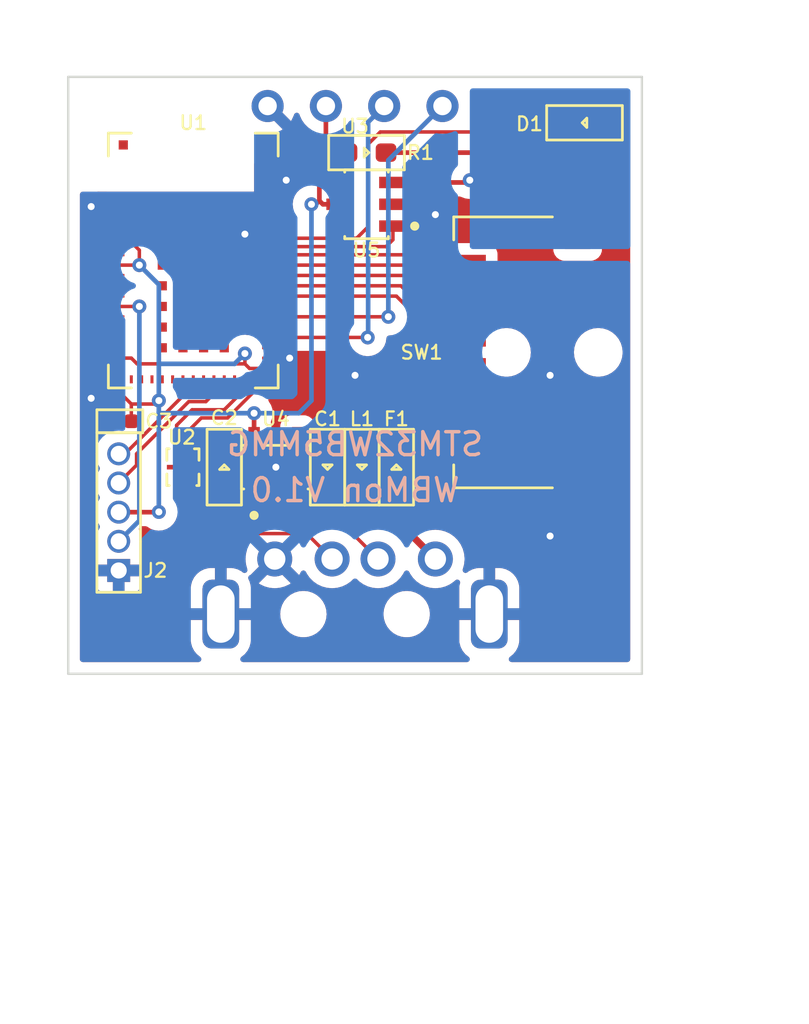
<source format=kicad_pcb>
(kicad_pcb (version 20211014) (generator pcbnew)
  (title_block (title "WBMon") (date "2023-01-07") (rev "1.0") (company "https://github.com/KimiakiK"))
  (layers (0 "F.Cu" signal) (31 "B.Cu" signal) (34 "B.Paste" user) (35 "F.Paste" user) (36 "B.SilkS" user "B.Silkscreen") (37 "F.SilkS" user "F.Silkscreen") (38 "B.Mask" user) (39 "F.Mask" user) (44 "Edge.Cuts" user))
  (net 0 "")
  (net 1 "+5V")
  (net 2 "GND")
  (net 3 "+3.3V")
  (net 4 "STATUS_LED")
  (net 5 "Net-(D1-Pad2)")
  (net 6 "Net-(F1-Pad1)")
  (net 7 "Net-(F1-Pad2)")
  (net 8 "/D-")
  (net 9 "/D+")
  (net 10 "NRST")
  (net 11 "SWCLK")
  (net 12 "SWDIO")
  (net 13 "LEVER_SW_1")
  (net 14 "LEVER_SW_2")
  (net 15 "LEVER_SW_T")
  (net 16 "LEVER_SW_3")
  (net 17 "LEVER_SW_4")
  (net 38 "USB_DP")
  (net 39 "USB_DM")
  (net 42 "OLED_SCL")
  (net 44 "OLED_SDA")
  (net 46 "TOUCH_SENSOR")
  (net 83 "/TOUCH_PAD")
  (footprint "WBMon:SOT-23-5" (layer "F.Cu") (at -3.45 4 90)
    (fp_text reference "U4" (at 2.1 0 180) (layer "F.SilkS") (effects (font (size 0.6 0.6) (thickness 0.1))))
    (fp_text value "NJM12877F33")
    (fp_line (start -0.95 1.5) (end 0.95 1.5) (layer "F.SilkS") (width 0.12))
    (fp_line (start 0.95 -0.5) (end 0.95 0.5) (layer "F.SilkS") (width 0.12))
    (fp_line (start 0.95 -1.4) (end 0.95 -1.5) (layer "F.SilkS") (width 0.12))
    (fp_line (start -0.95 -1.5) (end -0.95 -1.4) (layer "F.SilkS") (width 0.12))
    (fp_line (start 0.95 -1.5) (end -0.95 -1.5) (layer "F.SilkS") (width 0.12))
    (fp_line (start -0.95 1.4) (end -0.95 1.5) (layer "F.SilkS") (width 0.12))
    (fp_line (start 0.95 1.5) (end 0.95 1.4) (layer "F.SilkS") (width 0.12))
    (fp_circle (center -2.1 -0.95) (end -2 -0.95) (layer "F.SilkS") (width 0.2) (fill none))
    (pad "1" smd rect (at -1.15 -0.95 90) (size 1.2 0.5) (layers "F.Cu" "F.Paste" "F.Mask") (net 1 "+5V"))
    (pad "2" smd rect (at -1.15 0 90) (size 1.2 0.5) (layers "F.Cu" "F.Paste" "F.Mask") (net 2 "GND"))
    (pad "3" smd rect (at -1.15 0.95 90) (size 1.2 0.5) (layers "F.Cu" "F.Paste" "F.Mask") (net 1 "+5V"))
    (pad "4" smd rect (at 1.15 0.95 90) (size 1.2 0.5) (layers "F.Cu" "F.Paste" "F.Mask"))
    (pad "5" smd rect (at 1.15 -0.95 90) (size 1.2 0.5) (layers "F.Cu" "F.Paste" "F.Mask") (net 3 "+3.3V"))
  )
  (footprint "WBMon:SOT-23-6" (layer "F.Cu") (at 0.5 -7.45 180)
    (fp_text reference "U5" (at 0 -2) (layer "F.SilkS") (effects (font (size 0.6 0.6) (thickness 0.1))))
    (fp_text value "TTP223")
    (fp_line (start 0.95 -1.4) (end 0.95 -1.5) (layer "F.SilkS") (width 0.12))
    (fp_line (start -0.95 1.5) (end 0.95 1.5) (layer "F.SilkS") (width 0.12))
    (fp_line (start -0.95 1.4) (end -0.95 1.5) (layer "F.SilkS") (width 0.12))
    (fp_line (start 0.95 -1.5) (end -0.95 -1.5) (layer "F.SilkS") (width 0.12))
    (fp_line (start -0.95 -1.5) (end -0.95 -1.4) (layer "F.SilkS") (width 0.12))
    (fp_line (start 0.95 1.5) (end 0.95 1.4) (layer "F.SilkS") (width 0.12))
    (fp_circle (center -2.1 -0.95) (end -2 -0.95) (layer "F.SilkS") (width 0.2) (fill none))
    (pad "1" smd rect (at -1.15 -0.95 180) (size 1.2 0.5) (layers "F.Cu" "F.Paste" "F.Mask") (net 46 "TOUCH_SENSOR"))
    (pad "2" smd rect (at -1.15 0 180) (size 1.2 0.5) (layers "F.Cu" "F.Paste" "F.Mask") (net 2 "GND"))
    (pad "3" smd rect (at -1.15 0.95 180) (size 1.2 0.5) (layers "F.Cu" "F.Paste" "F.Mask") (net 83 "/TOUCH_PAD"))
    (pad "4" smd rect (at 1.15 0.95 180) (size 1.2 0.5) (layers "F.Cu" "F.Paste" "F.Mask"))
    (pad "5" smd rect (at 1.15 0 180) (size 1.2 0.5) (layers "F.Cu" "F.Paste" "F.Mask") (net 3 "+3.3V"))
    (pad "6" smd rect (at 1.15 -0.95 180) (size 1.2 0.5) (layers "F.Cu" "F.Paste" "F.Mask"))
  )
  (footprint "WBMon:1608Metric" (layer "F.Cu") (at -1.2 4 90)
    (fp_text reference "C1" (at 2.1 0 180) (layer "F.SilkS") (effects (font (size 0.6 0.6) (thickness 0.1))))
    (fp_text value "10uF")
    (fp_line (start 0.1 -0.2) (end 0.1 0.2) (layer "F.SilkS") (width 0.12))
    (fp_line (start -1.65 0.75) (end 1.65 0.75) (layer "F.SilkS") (width 0.12))
    (fp_line (start -1.65 -0.75) (end -1.65 0.75) (layer "F.SilkS") (width 0.12))
    (fp_line (start -0.1 0) (end 0.1 -0.2) (layer "F.SilkS") (width 0.12))
    (fp_line (start -1.65 -0.75) (end 1.65 -0.75) (layer "F.SilkS") (width 0.12))
    (fp_line (start 0.1 0.2) (end -0.1 0) (layer "F.SilkS") (width 0.12))
    (fp_line (start 1.65 -0.75) (end 1.65 0.75) (layer "F.SilkS") (width 0.12))
    (pad "1" smd roundrect (at -0.85 0 90) (size 0.9 0.8) (layers "F.Cu" "F.Paste" "F.Mask") (net 1 "+5V"))
    (pad "2" smd roundrect (at 0.85 0 90) (size 0.9 0.8) (layers "F.Cu" "F.Paste" "F.Mask") (net 2 "GND"))
  )
  (footprint "WBMon:1608Metric" (layer "F.Cu") (at 0.3 4 90)
    (fp_text reference "L1" (at 2.1 0 180) (layer "F.SilkS") (effects (font (size 0.6 0.6) (thickness 0.1))))
    (fp_text value "L")
    (fp_line (start 0.1 -0.2) (end 0.1 0.2) (layer "F.SilkS") (width 0.12))
    (fp_line (start 1.65 -0.75) (end 1.65 0.75) (layer "F.SilkS") (width 0.12))
    (fp_line (start 0.1 0.2) (end -0.1 0) (layer "F.SilkS") (width 0.12))
    (fp_line (start -1.65 -0.75) (end -1.65 0.75) (layer "F.SilkS") (width 0.12))
    (fp_line (start -1.65 -0.75) (end 1.65 -0.75) (layer "F.SilkS") (width 0.12))
    (fp_line (start -1.65 0.75) (end 1.65 0.75) (layer "F.SilkS") (width 0.12))
    (fp_line (start -0.1 0) (end 0.1 -0.2) (layer "F.SilkS") (width 0.12))
    (pad "1" smd roundrect (at -0.85 0 90) (size 0.9 0.8) (layers "F.Cu" "F.Paste" "F.Mask") (net 1 "+5V"))
    (pad "2" smd roundrect (at 0.85 0 90) (size 0.9 0.8) (layers "F.Cu" "F.Paste" "F.Mask") (net 6 "Net-(F1-Pad1)"))
  )
  (footprint "WBMon:OLED_128x64" (layer "F.Cu") (at 0 -13)
    (fp_text reference "U3" (at 0 2.15 unlocked) (layer "F.SilkS") (effects (font (size 0.6 0.6) (thickness 0.1))))
    (fp_text value "OLED_128x64")
    (pad "1" thru_hole circle (at -3.81 1.27) (size 1.4 1.4) (drill 0.8) (layers *.Cu *.Mask) (net 2 "GND"))
    (pad "2" thru_hole circle (at -1.27 1.27) (size 1.4 1.4) (drill 0.8) (layers *.Cu *.Mask) (net 3 "+3.3V"))
    (pad "3" thru_hole circle (at 1.27 1.27) (size 1.4 1.4) (drill 0.8) (layers *.Cu *.Mask) (net 42 "OLED_SCL"))
    (pad "4" thru_hole circle (at 3.81 1.27) (size 1.4 1.4) (drill 0.8) (layers *.Cu *.Mask) (net 44 "OLED_SDA"))
  )
  (footprint "WBMon:SW_TMHU28" (layer "F.Cu") (at 8.6 -1 -90)
    (fp_text reference "SW1" (at 0 5.7 unlocked) (layer "F.SilkS") (effects (font (size 0.6 0.6) (thickness 0.1))))
    (fp_text value "SW_TMHU28")
    (fp_line (start 5.9 4.3) (end 4.9 4.3) (layer "F.SilkS") (width 0.12))
    (fp_line (start -5.9 4.3) (end -5.9 0) (layer "F.SilkS") (width 0.12))
    (fp_line (start -5.9 4.3) (end -4.9 4.3) (layer "F.SilkS") (width 0.12))
    (fp_line (start 5.9 4.3) (end 5.9 0) (layer "F.SilkS") (width 0.12))
    (pad "" np_thru_hole circle (at 0 -2 270) (size 1.1 1.1) (drill 1.1) (layers F&B.Cu *.Mask))
    (pad "" np_thru_hole circle (at 0 2 270) (size 1.1 1.1) (drill 1.1) (layers F&B.Cu *.Mask))
    (pad "1" smd rect (at -3.75 3.7 270) (size 1 1.6) (layers "F.Cu" "F.Paste" "F.Mask") (net 13 "LEVER_SW_1"))
    (pad "2" smd rect (at -2.25 3.7 270) (size 1 1.6) (layers "F.Cu" "F.Paste" "F.Mask") (net 14 "LEVER_SW_2"))
    (pad "3" smd rect (at -0.75 3.7 270) (size 1 1.6) (layers "F.Cu" "F.Paste" "F.Mask") (net 15 "LEVER_SW_T"))
    (pad "4" smd rect (at 0.75 3.7 270) (size 1 1.6) (layers "F.Cu" "F.Paste" "F.Mask") (net 16 "LEVER_SW_3"))
    (pad "5" smd rect (at 2.25 3.7 270) (size 1 1.6) (layers "F.Cu" "F.Paste" "F.Mask") (net 17 "LEVER_SW_4"))
    (pad "6" smd rect (at 5.3 -1.1 270) (size 1.6 1.1) (layers "F.Cu" "F.Paste" "F.Mask") (net 2 "GND"))
    (pad "6" smd rect (at 3.75 3.7 270) (size 1 1.6) (layers "F.Cu" "F.Paste" "F.Mask") (net 2 "GND"))
    (pad "7" smd rect (at -5.3 -1.1 270) (size 1.6 1.1) (layers "F.Cu" "F.Paste" "F.Mask"))
  )
  (footprint "WBMon:STM32_Debug_5pin" (layer "F.Cu") (at -10.3 8.5 180)
    (fp_text reference "J2" (at -1.6 0) (layer "F.SilkS") (effects (font (size 0.6 0.6) (thickness 0.1))))
    (fp_text value "STM32_Debug")
    (fp_line (start -0.95 6) (end 0.95 6) (layer "F.SilkS") (width 0.12))
    (fp_line (start -0.95 -0.95) (end 0.95 -0.95) (layer "F.SilkS") (width 0.12))
    (fp_line (start -0.95 -0.95) (end -0.95 6) (layer "F.SilkS") (width 0.12))
    (fp_line (start 0.95 -0.95) (end 0.95 6) (layer "F.SilkS") (width 0.12))
    (pad "1" thru_hole rect (at 0 0 180) (size 1 1) (drill 0.7) (layers *.Cu *.Mask) (net 2 "GND"))
    (pad "2" thru_hole oval (at 0 1.27 180) (size 1 1) (drill 0.7) (layers *.Cu *.Mask) (net 10 "NRST"))
    (pad "3" thru_hole oval (at 0 2.54 180) (size 1 1) (drill 0.7) (layers *.Cu *.Mask) (net 3 "+3.3V"))
    (pad "4" thru_hole oval (at 0 3.81 180) (size 1 1) (drill 0.7) (layers *.Cu *.Mask) (net 11 "SWCLK"))
    (pad "5" thru_hole oval (at 0 5.08 180) (size 1 1) (drill 0.7) (layers *.Cu *.Mask) (net 12 "SWDIO"))
  )
  (footprint "WBMon:LXES11D" (layer "F.Cu") (at -7.5 4 180)
    (fp_text reference "U2" (at 0.05 1.3) (layer "F.SilkS") (effects (font (size 0.6 0.6) (thickness 0.1))))
    (fp_text value "LXES11DAA2-135")
    (fp_line (start -0.7 0.8) (end -0.7 0.3) (layer "F.SilkS") (width 0.12))
    (fp_line (start 0.7 0.3) (end 0.7 0.8) (layer "F.SilkS") (width 0.12))
    (fp_line (start 0.7 0.8) (end 0.6 0.8) (layer "F.SilkS") (width 0.12))
    (fp_line (start -0.7 -0.8) (end -0.6 -0.8) (layer "F.SilkS") (width 0.12))
    (fp_line (start 0.6 -0.8) (end 0.7 -0.8) (layer "F.SilkS") (width 0.12))
    (fp_line (start -0.7 -0.3) (end -0.7 -0.8) (layer "F.SilkS") (width 0.12))
    (fp_line (start -0.5 0.8) (end -0.7 0.8) (layer "F.SilkS") (width 0.12))
    (fp_line (start 0.7 -0.8) (end 0.7 -0.3) (layer "F.SilkS") (width 0.12))
    (pad "1" smd rect (at -0.275 -0.65 180) (size 0.2 0.4) (layers "F.Cu" "F.Paste" "F.Mask") (net 9 "/D+"))
    (pad "2" smd rect (at 0.275 -0.65 180) (size 0.2 0.4) (layers "F.Cu" "F.Paste" "F.Mask") (net 8 "/D-"))
    (pad "3" smd rect (at 0.5 0 180) (size 0.4 0.2) (layers "F.Cu" "F.Paste" "F.Mask") (net 2 "GND"))
    (pad "4" smd rect (at 0.275 0.65 180) (size 0.2 0.4) (layers "F.Cu" "F.Paste" "F.Mask") (net 38 "USB_DP"))
    (pad "5" smd rect (at -0.275 0.65 180) (size 0.2 0.4) (layers "F.Cu" "F.Paste" "F.Mask") (net 39 "USB_DM"))
    (pad "6" smd rect (at -0.5 0 180) (size 0.4 0.2) (layers "F.Cu" "F.Paste" "F.Mask") (net 2 "GND"))
  )
  (footprint "WBMon:1608Metric" (layer "F.Cu") (at -5.7 4 -90)
    (fp_text reference "C2" (at -2.15 0 180) (layer "F.SilkS") (effects (font (size 0.6 0.6) (thickness 0.1))))
    (fp_text value "10uF")
    (fp_line (start -0.1 0) (end 0.1 -0.2) (layer "F.SilkS") (width 0.12))
    (fp_line (start 0.1 0.2) (end -0.1 0) (layer "F.SilkS") (width 0.12))
    (fp_line (start -1.65 -0.75) (end 1.65 -0.75) (layer "F.SilkS") (width 0.12))
    (fp_line (start -1.65 0.75) (end 1.65 0.75) (layer "F.SilkS") (width 0.12))
    (fp_line (start -1.65 -0.75) (end -1.65 0.75) (layer "F.SilkS") (width 0.12))
    (fp_line (start 1.65 -0.75) (end 1.65 0.75) (layer "F.SilkS") (width 0.12))
    (fp_line (start 0.1 -0.2) (end 0.1 0.2) (layer "F.SilkS") (width 0.12))
    (pad "1" smd roundrect (at -0.85 0 270) (size 0.9 0.8) (layers "F.Cu" "F.Paste" "F.Mask") (net 3 "+3.3V"))
    (pad "2" smd roundrect (at 0.85 0 270) (size 0.9 0.8) (layers "F.Cu" "F.Paste" "F.Mask") (net 2 "GND"))
  )
  (footprint "WBMon:1608Metric" (layer "F.Cu") (at 1.8 4 -90)
    (fp_text reference "F1" (at -2.1 0 180) (layer "F.SilkS") (effects (font (size 0.6 0.6) (thickness 0.1))))
    (fp_text value "Polyfuse")
    (fp_line (start 0.1 0.2) (end -0.1 0) (layer "F.SilkS") (width 0.12))
    (fp_line (start -1.65 0.75) (end 1.65 0.75) (layer "F.SilkS") (width 0.12))
    (fp_line (start -1.65 -0.75) (end -1.65 0.75) (layer "F.SilkS") (width 0.12))
    (fp_line (start -0.1 0) (end 0.1 -0.2) (layer "F.SilkS") (width 0.12))
    (fp_line (start 0.1 -0.2) (end 0.1 0.2) (layer "F.SilkS") (width 0.12))
    (fp_line (start 1.65 -0.75) (end 1.65 0.75) (layer "F.SilkS") (width 0.12))
    (fp_line (start -1.65 -0.75) (end 1.65 -0.75) (layer "F.SilkS") (width 0.12))
    (pad "1" smd roundrect (at -0.85 0 270) (size 0.9 0.8) (layers "F.Cu" "F.Paste" "F.Mask") (net 6 "Net-(F1-Pad1)"))
    (pad "2" smd roundrect (at 0.85 0 270) (size 0.9 0.8) (layers "F.Cu" "F.Paste" "F.Mask") (net 7 "Net-(F1-Pad2)"))
  )
  (footprint "WBMon:1608Metric" (layer "F.Cu") (at 10 -11)
    (fp_text reference "D1" (at -2.4 0.05) (layer "F.SilkS") (effects (font (size 0.6 0.6) (thickness 0.1))))
    (fp_text value "LED")
    (fp_line (start -1.65 0.75) (end 1.65 0.75) (layer "F.SilkS") (width 0.12))
    (fp_line (start -1.65 -0.75) (end -1.65 0.75) (layer "F.SilkS") (width 0.12))
    (fp_line (start 0.1 0.2) (end -0.1 0) (layer "F.SilkS") (width 0.12))
    (fp_line (start -0.1 0) (end 0.1 -0.2) (layer "F.SilkS") (width 0.12))
    (fp_line (start 1.65 -0.75) (end 1.65 0.75) (layer "F.SilkS") (width 0.12))
    (fp_line (start -1.65 -0.75) (end 1.65 -0.75) (layer "F.SilkS") (width 0.12))
    (fp_line (start 0.1 -0.2) (end 0.1 0.2) (layer "F.SilkS") (width 0.12))
    (pad "1" smd roundrect (at -0.85 0) (size 0.9 0.8) (layers "F.Cu" "F.Paste" "F.Mask") (net 4 "STATUS_LED"))
    (pad "2" smd roundrect (at 0.85 0) (size 0.9 0.8) (layers "F.Cu" "F.Paste" "F.Mask") (net 5 "Net-(D1-Pad2)"))
  )
  (footprint "WBMon:STM32WB5MMG" (layer "F.Cu") (at -7.05 -10.5)
    (fp_text reference "U1" (at 0 -0.5 unlocked) (layer "F.SilkS") (effects (font (size 0.6 0.6) (thickness 0.1))))
    (fp_text value "STM32WB5MMG")
    (fp_line (start -3.7 -0.05) (end -2.7 -0.05) (layer "F.SilkS") (width 0.12))
    (fp_line (start 3.7 11.05) (end 3.7 10.05) (layer "F.SilkS") (width 0.12))
    (fp_line (start 3.7 11.05) (end 2.7 11.05) (layer "F.SilkS") (width 0.12))
    (fp_line (start 3.7 -0.05) (end 2.7 -0.05) (layer "F.SilkS") (width 0.12))
    (fp_line (start -3.7 11.05) (end -2.7 11.05) (layer "F.SilkS") (width 0.12))
    (fp_line (start 3.7 -0.05) (end 3.7 0.95) (layer "F.SilkS") (width 0.12))
    (fp_line (start -3.7 -0.05) (end -3.7 0.95) (layer "F.SilkS") (width 0.12))
    (fp_line (start -3.7 11.05) (end -3.7 10.05) (layer "F.SilkS") (width 0.12))
    (pad "1" smd rect (at -3.26 3.34) (size 0.35 0.35) (layers "F.Cu" "F.Paste" "F.Mask"))
    (pad "2" smd rect (at -3.175 3.9) (size 0.35 0.13) (layers "F.Cu" "F.Paste" "F.Mask"))
    (pad "3" smd rect (at -3.175 4.35) (size 0.35 0.13) (layers "F.Cu" "F.Paste" "F.Mask"))
    (pad "4" smd rect (at -3.175 4.8) (size 0.35 0.13) (layers "F.Cu" "F.Paste" "F.Mask") (net 3 "+3.3V"))
    (pad "5" smd rect (at -3.175 5.25) (size 0.35 0.13) (layers "F.Cu" "F.Paste" "F.Mask") (net 2 "GND"))
    (pad "6" smd rect (at -3.175 5.7) (size 0.35 0.13) (layers "F.Cu" "F.Paste" "F.Mask") (net 3 "+3.3V"))
    (pad "7" smd rect (at -3.175 6.15) (size 0.35 0.13) (layers "F.Cu" "F.Paste" "F.Mask"))
    (pad "8" smd rect (at -3.175 6.6) (size 0.35 0.13) (layers "F.Cu" "F.Paste" "F.Mask"))
    (pad "9" smd rect (at -3.175 7.05) (size 0.35 0.13) (layers "F.Cu" "F.Paste" "F.Mask"))
    (pad "10" smd rect (at -3.175 7.5) (size 0.35 0.13) (layers "F.Cu" "F.Paste" "F.Mask") (net 10 "NRST"))
    (pad "11" smd rect (at -3.175 7.95) (size 0.35 0.13) (layers "F.Cu" "F.Paste" "F.Mask"))
    (pad "12" smd rect (at -3.175 8.4) (size 0.35 0.13) (layers "F.Cu" "F.Paste" "F.Mask"))
    (pad "13" smd rect (at -3.175 8.85) (size 0.35 0.13) (layers "F.Cu" "F.Paste" "F.Mask"))
    (pad "14" smd rect (at -3.175 9.3) (size 0.35 0.13) (layers "F.Cu" "F.Paste" "F.Mask"))
    (pad "15" smd rect (at -3.175 9.75) (size 0.35 0.13) (layers "F.Cu" "F.Paste" "F.Mask") (net 3 "+3.3V"))
    (pad "16" smd rect (at -3.175 10.2) (size 0.35 0.13) (layers "F.Cu" "F.Paste" "F.Mask") (net 2 "GND"))
    (pad "17" smd rect (at -3.26 10.76) (size 0.35 0.35) (layers "F.Cu" "F.Paste" "F.Mask") (net 3 "+3.3V"))
    (pad "18" smd rect (at -2.7 10.675) (size 0.13 0.35) (layers "F.Cu" "F.Paste" "F.Mask"))
    (pad "19" smd rect (at -2.25 10.675) (size 0.13 0.35) (layers "F.Cu" "F.Paste" "F.Mask"))
    (pad "20" smd rect (at -1.8 10.675) (size 0.13 0.35) (layers "F.Cu" "F.Paste" "F.Mask"))
    (pad "21" smd rect (at -1.35 10.675) (size 0.13 0.35) (layers "F.Cu" "F.Paste" "F.Mask"))
    (pad "22" smd rect (at -0.9 10.675) (size 0.13 0.35) (layers "F.Cu" "F.Paste" "F.Mask"))
    (pad "23" smd rect (at -0.45 10.675) (size 0.13 0.35) (layers "F.Cu" "F.Paste" "F.Mask"))
    (pad "24" smd rect (at 0 10.675) (size 0.13 0.35) (layers "F.Cu" "F.Paste" "F.Mask"))
    (pad "25" smd rect (at 0.45 10.675) (size 0.13 0.35) (layers "F.Cu" "F.Paste" "F.Mask") (net 12 "SWDIO"))
    (pad "26" smd rect (at 0.9 10.675) (size 0.13 0.35) (layers "F.Cu" "F.Paste" "F.Mask") (net 11 "SWCLK"))
    (pad "27" smd rect (at 1.35 10.675) (size 0.13 0.35) (layers "F.Cu" "F.Paste" "F.Mask"))
    (pad "28" smd rect (at 1.8 10.675) (size 0.13 0.35) (layers "F.Cu" "F.Paste" "F.Mask"))
    (pad "29" smd rect (at 2.25 10.675) (size 0.13 0.35) (layers "F.Cu" "F.Paste" "F.Mask") (net 38 "USB_DP"))
    (pad "30" smd rect (at 2.7 10.675) (size 0.13 0.35) (layers "F.Cu" "F.Paste" "F.Mask") (net 39 "USB_DM"))
    (pad "31" smd rect (at 3.26 10.76) (size 0.35 0.35) (layers "F.Cu" "F.Paste" "F.Mask") (net 2 "GND"))
    (pad "32" smd rect (at 3.175 10.2) (size 0.35 0.13) (layers "F.Cu" "F.Paste" "F.Mask") (net 3 "+3.3V"))
    (pad "33" smd rect (at 3.175 9.75) (size 0.35 0.13) (layers "F.Cu" "F.Paste" "F.Mask"))
    (pad "34" smd rect (at 3.175 9.3) (size 0.35 0.13) (layers "F.Cu" "F.Paste" "F.Mask"))
    (pad "35" smd rect (at 3.175 8.85) (size 0.35 0.13) (layers "F.Cu" "F.Paste" "F.Mask") (net 42 "OLED_SCL"))
    (pad "36" smd rect (at 3.175 8.4) (size 0.35 0.13) (layers "F.Cu" "F.Paste" "F.Mask"))
    (pad "37" smd rect (at 3.175 7.95) (size 0.35 0.13) (layers "F.Cu" "F.Paste" "F.Mask") (net 44 "OLED_SDA"))
    (pad "38" smd rect (at 3.175 7.5) (size 0.35 0.13) (layers "F.Cu" "F.Paste" "F.Mask"))
    (pad "39" smd rect (at 3.175 7.05) (size 0.35 0.13) (layers "F.Cu" "F.Paste" "F.Mask") (net 17 "LEVER_SW_4"))
    (pad "40" smd rect (at 3.175 6.6) (size 0.35 0.13) (layers "F.Cu" "F.Paste" "F.Mask") (net 16 "LEVER_SW_3"))
    (pad "41" smd rect (at 3.175 6.15) (size 0.35 0.13) (layers "F.Cu" "F.Paste" "F.Mask") (net 15 "LEVER_SW_T"))
    (pad "42" smd rect (at 3.175 5.7) (size 0.35 0.13) (layers "F.Cu" "F.Paste" "F.Mask") (net 14 "LEVER_SW_2"))
    (pad "43" smd rect (at 3.175 5.25) (size 0.35 0.13) (layers "F.Cu" "F.Paste" "F.Mask") (net 13 "LEVER_SW_1"))
    (pad "44" smd rect (at 3.175 4.8) (size 0.35 0.13) (layers "F.Cu" "F.Paste" "F.Mask"))
    (pad "45" smd rect (at 3.175 4.35) (size 0.35 0.13) (layers "F.Cu" "F.Paste" "F.Mask") (net 46 "TOUCH_SENSOR"))
    (pad "46" smd rect (at 3.175 3.9) (size 0.35 0.13) (layers "F.Cu" "F.Paste" "F.Mask") (net 4 "STATUS_LED"))
    (pad "47" smd rect (at 3.26 3.34) (size 0.35 0.35) (layers "F.Cu" "F.Paste" "F.Mask"))
    (pad "48" smd rect (at 2.7 3.425) (size 0.13 0.35) (layers "F.Cu" "F.Paste" "F.Mask"))
    (pad "49" smd rect (at 2.25 3.425) (size 0.13 0.35) (layers "F.Cu" "F.Paste" "F.Mask"))
    (pad "50" smd rect (at 1.8 3.425) (size 0.13 0.35) (layers "F.Cu" "F.Paste" "F.Mask"))
    (pad "51" smd rect (at 1.35 3.425) (size 0.13 0.35) (layers "F.Cu" "F.Paste" "F.Mask"))
    (pad "52" smd rect (at 0.9 3.425) (size 0.13 0.35) (layers "F.Cu" "F.Paste" "F.Mask"))
    (pad "53" smd rect (at 0.45 3.425) (size 0.13 0.35) (layers "F.Cu" "F.Paste" "F.Mask"))
    (pad "54" smd rect (at 0 3.425) (size 0.13 0.35) (layers "F.Cu" "F.Paste" "F.Mask"))
    (pad "55" smd rect (at -0.45 3.425) (size 0.13 0.35) (layers "F.Cu" "F.Paste" "F.Mask"))
    (pad "56" smd rect (at -0.9 3.425) (size 0.13 0.35) (layers "F.Cu" "F.Paste" "F.Mask"))
    (pad "57" smd rect (at -1.35 3.425) (size 0.13 0.35) (layers "F.Cu" "F.Paste" "F.Mask") (net 2 "GND"))
    (pad "58" smd rect (at -1.8 3.425) (size 0.13 0.35) (layers "F.Cu" "F.Paste" "F.Mask") (net 2 "GND"))
    (pad "59" smd rect (at -2.25 3.425) (size 0.13 0.35) (layers "F.Cu" "F.Paste" "F.Mask") (net 2 "GND"))
    (pad "60" smd rect (at -2.7 3.425) (size 0.13 0.35) (layers "F.Cu" "F.Paste" "F.Mask") (net 2 "GND"))
    (pad "61" smd rect (at -1.35 4.8) (size 0.4 0.4) (layers "F.Cu" "F.Paste" "F.Mask"))
    (pad "62" smd rect (at -1.35 5.7) (size 0.4 0.4) (layers "F.Cu" "F.Paste" "F.Mask"))
    (pad "63" smd rect (at -1.35 6.6) (size 0.4 0.4) (layers "F.Cu" "F.Paste" "F.Mask"))
    (pad "64" smd rect (at -1.35 7.5) (size 0.4 0.4) (layers "F.Cu" "F.Paste" "F.Mask"))
    (pad "65" smd rect (at -1.35 8.4) (size 0.4 0.4) (layers "F.Cu" "F.Paste" "F.Mask"))
    (pad "66" smd rect (at -1.35 9.3) (size 0.4 0.4) (layers "F.Cu" "F.Paste" "F.Mask"))
    (pad "67" smd rect (at -0.45 9.3) (size 0.4 0.4) (layers "F.Cu" "F.Paste" "F.Mask"))
    (pad "68" smd rect (at 0.45 9.3) (size 0.4 0.4) (layers "F.Cu" "F.Paste" "F.Mask"))
    (pad "69" smd rect (at 1.35 9.3) (size 0.4 0.4) (layers "F.Cu" "F.Paste" "F.Mask"))
    (pad "70" smd rect (at 1.35 8.4) (size 0.4 0.4) (layers "F.Cu" "F.Paste" "F.Mask"))
    (pad "71" smd rect (at 1.35 7.5) (size 0.4 0.4) (layers "F.Cu" "F.Paste" "F.Mask"))
    (pad "72" smd rect (at 1.35 6.6) (size 0.4 0.4) (layers "F.Cu" "F.Paste" "F.Mask"))
    (pad "73" smd rect (at 1.35 5.7) (size 0.4 0.4) (layers "F.Cu" "F.Paste" "F.Mask"))
    (pad "74" smd rect (at 1.35 4.8) (size 0.3 0.3) (layers "F.Cu" "F.Paste" "F.Mask"))
    (pad "75" smd rect (at 0.45 4.8) (size 0.3 0.3) (layers "F.Cu" "F.Paste" "F.Mask"))
    (pad "76" smd rect (at -0.45 4.8) (size 0.4 0.4) (layers "F.Cu" "F.Paste" "F.Mask"))
    (pad "77" smd rect (at -0.45 5.7) (size 0.4 0.4) (layers "F.Cu" "F.Paste" "F.Mask"))
    (pad "78" smd rect (at -0.45 6.6) (size 0.4 0.4) (layers "F.Cu" "F.Paste" "F.Mask"))
    (pad "79" smd rect (at -0.45 7.5) (size 0.4 0.4) (layers "F.Cu" "F.Paste" "F.Mask"))
    (pad "80" smd rect (at -0.45 8.4) (size 0.4 0.4) (layers "F.Cu" "F.Paste" "F.Mask"))
    (pad "81" smd rect (at 0.45 8.4) (size 0.4 0.4) (layers "F.Cu" "F.Paste" "F.Mask"))
    (pad "82" smd rect (at 0.45 7.5) (size 0.4 0.4) (layers "F.Cu" "F.Paste" "F.Mask"))
    (pad "83" smd rect (at 0.45 6.6) (size 0.4 0.4) (layers "F.Cu" "F.Paste" "F.Mask"))
    (pad "84" smd rect (at 0.45 5.7) (size 0.4 0.4) (layers "F.Cu" "F.Paste" "F.Mask") (net 2 "GND"))
    (pad "85" smd rect (at -3.05 0.465) (size 0.4 0.4) (layers "F.Cu" "F.Paste" "F.Mask"))
    (pad "86" smd rect (at 3.05 0.465) (size 0.4 0.4) (layers "F.Cu" "F.Paste" "F.Mask") (net 2 "GND"))
  )
  (footprint "WBMon:1608Metric" (layer "F.Cu") (at 0.5 -9.7 180)
    (fp_text reference "R1" (at -2.35 0) (layer "F.SilkS") (effects (font (size 0.6 0.6) (thickness 0.1))))
    (fp_text value "1k")
    (fp_line (start -1.65 -0.75) (end 1.65 -0.75) (layer "F.SilkS") (width 0.12))
    (fp_line (start 0.1 -0.2) (end 0.1 0.2) (layer "F.SilkS") (width 0.12))
    (fp_line (start -0.1 0) (end 0.1 -0.2) (layer "F.SilkS") (width 0.12))
    (fp_line (start 1.65 -0.75) (end 1.65 0.75) (layer "F.SilkS") (width 0.12))
    (fp_line (start -1.65 0.75) (end 1.65 0.75) (layer "F.SilkS") (width 0.12))
    (fp_line (start 0.1 0.2) (end -0.1 0) (layer "F.SilkS") (width 0.12))
    (fp_line (start -1.65 -0.75) (end -1.65 0.75) (layer "F.SilkS") (width 0.12))
    (pad "1" smd roundrect (at -0.85 0 180) (size 0.9 0.8) (layers "F.Cu" "F.Paste" "F.Mask") (net 5 "Net-(D1-Pad2)"))
    (pad "2" smd roundrect (at 0.85 0 180) (size 0.9 0.8) (layers "F.Cu" "F.Paste" "F.Mask") (net 3 "+3.3V"))
  )
  (footprint "WBMon:1005Metric" (layer "F.Cu") (at -10.25 2 180)
    (fp_text reference "C3" (at -1.7 0) (layer "F.SilkS") (effects (font (size 0.6 0.6) (thickness 0.1))))
    (fp_text value "0.1uF")
    (fp_line (start -1 0.5) (end 1 0.5) (layer "F.SilkS") (width 0.12))
    (fp_line (start -1 -0.5) (end 1 -0.5) (layer "F.SilkS") (width 0.12))
    (fp_line (start 1 0.5) (end 1 -0.5) (layer "F.SilkS") (width 0.12))
    (fp_line (start -1 0.5) (end -1 -0.5) (layer "F.SilkS") (width 0.12))
    (pad "1" smd roundrect (at -0.5 0 180) (size 0.6 0.6) (layers "F.Cu" "F.Paste" "F.Mask") (net 3 "+3.3V"))
    (pad "2" smd roundrect (at 0.5 0 180) (size 0.6 0.6) (layers "F.Cu" "F.Paste" "F.Mask") (net 2 "GND"))
  )
  (footprint "WBMon:USB Type-A" (layer "B.Cu") (at 0 8)
    (fp_text reference "J1" hide)
    (fp_text value "USB_A")
    (pad "" np_thru_hole circle (at -2.25 2.4) (size 1 1) (drill 1) (layers *.Cu *.Mask))
    (pad "" np_thru_hole circle (at 2.25 2.4) (size 1 1) (drill 1) (layers *.Cu *.Mask))
    (pad "1" thru_hole circle (at 3.5 0) (size 1.524 1.524) (drill 0.93) (layers *.Cu *.Mask) (net 7 "Net-(F1-Pad2)"))
    (pad "2" thru_hole circle (at 1 0) (size 1.524 1.524) (drill 0.93) (layers *.Cu *.Mask) (net 9 "/D+"))
    (pad "3" thru_hole circle (at -1 0) (size 1.524 1.524) (drill 0.93) (layers *.Cu *.Mask) (net 8 "/D-"))
    (pad "4" thru_hole circle (at -3.5 0) (size 1.524 1.524) (drill 0.93) (layers *.Cu *.Mask) (net 2 "GND"))
    (pad "5" thru_hole roundrect (at -5.85 2.4) (size 1.6 3) (drill oval 1.2 2.5) (layers *.Cu *.Mask) (net 2 "GND"))
    (pad "5" thru_hole roundrect (at 5.85 2.4) (size 1.6 3) (drill oval 1.2 2.5) (layers *.Cu *.Mask) (net 2 "GND"))
  )
  (gr_line (start -12.5 13) (end -12.5 -13) (layer "Edge.Cuts") (width 0.1))
  (gr_line (start -12.5 -13) (end 12.5 -13) (layer "Edge.Cuts") (width 0.1))
  (gr_line (start 12.5 -13) (end 12.5 13) (layer "Edge.Cuts") (width 0.1))
  (gr_line (start 12.5 13) (end -12.5 13) (layer "Edge.Cuts") (width 0.1))
  (gr_text "WBMon V1.0" (at 0 5) (layer "B.SilkS") (effects (font (size 1 1)) (justify mirror)))
  (gr_text "STM32WB5MMG" (at 0 3) (layer "B.SilkS") (effects (font (size 1 1)) (justify mirror)))
  (segment (start -2.5 6.05) (end -2.5556 6.1056) (width 0.3048) (layer "F.Cu") (net 1))
  (segment (start -4.4 6.0548) (end -4.4 5.15) (width 0.3048) (layer "F.Cu") (net 1))
  (segment (start -2.5556 6.1056) (end -4.3492 6.1056) (width 0.3048) (layer "F.Cu") (net 1))
  (segment (start -2.05 5.15) (end -2.5 5.15) (width 0.3048) (layer "F.Cu") (net 1))
  (segment (start -4.3492 6.1056) (end -4.4 6.0548) (width 0.3048) (layer "F.Cu") (net 1))
  (segment (start -2.5 5.15) (end -2.5 6.05) (width 0.3048) (layer "F.Cu") (net 1))
  (segment (start -1.2 4.85) (end -1.75 4.85) (width 0.3048) (layer "F.Cu") (net 1))
  (segment (start -1.75 4.85) (end -2.05 5.15) (width 0.3048) (layer "F.Cu") (net 1))
  (segment (start 0.3 4.85) (end -1.2 4.85) (width 0.3048) (layer "F.Cu") (net 1))
  (segment (start -5.7 4) (end -3.45 4) (width 0.3048) (layer "F.Cu") (net 2))
  (segment (start -7 4) (end -5.7 4) (width 0.1524) (layer "F.Cu") (net 2))
  (segment (start -8 4) (end -7 4) (width 0.1524) (layer "F.Cu") (net 2))
  (segment (start -10.225 -0.3) (end -11.2 -0.3) (width 0.1524) (layer "F.Cu") (net 2))
  (segment (start -9.75 -7.075) (end -9.75 -7.9) (width 0.1524) (layer "F.Cu") (net 2))
  (segment (start -5.7 4.85) (end -5.7 4) (width 0.3048) (layer "F.Cu") (net 2))
  (segment (start -11.2 -7.65) (end -11.5 -7.35) (width 0.3048) (layer "F.Cu") (net 2))
  (segment (start -4 -8.2) (end -4 -10.035) (width 0.3048) (layer "F.Cu") (net 2))
  (segment (start -6.6 -4.8) (end -6.15 -5.25) (width 0.1524) (layer "F.Cu") (net 2))
  (segment (start -8.4 -7.075) (end -8.4 -7.9) (width 0.1524) (layer "F.Cu") (net 2))
  (segment (start -9.3 -7.075) (end -9.3 -7.9) (width 0.1524) (layer "F.Cu") (net 2))
  (segment (start -4.9 -6.25) (end -4.8 -6.15) (width 0.1524) (layer "F.Cu") (net 2))
  (segment (start -11.2 -7.85) (end -4.35 -7.85) (width 0.3048) (layer "F.Cu") (net 2))
  (segment (start -3.45 4) (end -3.45 5.15) (width 0.3048) (layer "F.Cu") (net 2))
  (segment (start -10.225 -5.25) (end -11.35 -5.25) (width 0.1524) (layer "F.Cu") (net 2))
  (segment (start -4.35 -7.85) (end -4 -8.2) (width 0.3048) (layer "F.Cu") (net 2))
  (segment (start -3.79 0.26) (end -2.89 0.26) (width 0.1524) (layer "F.Cu") (net 2))
  (segment (start -6.15 -6.05) (end -5.95 -6.25) (width 0.1524) (layer "F.Cu") (net 2))
  (segment (start -8.85 -7.075) (end -8.85 -7.9) (width 0.1524) (layer "F.Cu") (net 2))
  (segment (start -11.2 -7.85) (end -11.2 -7.65) (width 0.3048) (layer "F.Cu") (net 2))
  (segment (start -6.15 -5.25) (end -6.15 -6.05) (width 0.1524) (layer "F.Cu") (net 2))
  (segment (start -5.95 -6.25) (end -4.9 -6.25) (width 0.1524) (layer "F.Cu") (net 2))
  (via (at 8.5 0) (size 0.6096) (drill 0.3048) (layers "F.Cu" "B.Cu") (net 2))
  (via (at -11.5 -7.35) (size 0.6096) (drill 0.3048) (layers "F.Cu" "B.Cu") (net 2))
  (via (at 0 0) (size 0.6096) (drill 0.3048) (layers "F.Cu" "B.Cu") (net 2))
  (via (at -11.5 1) (size 0.6096) (drill 0.3048) (layers "F.Cu" "B.Cu") (net 2))
  (via (at -4.8 -6.15) (size 0.6096) (drill 0.3048) (layers "F.Cu" "B.Cu") (net 2))
  (via (at 8.5 7) (size 0.6096) (drill 0.3048) (layers "F.Cu" "B.Cu") (net 2))
  (via (at -3 -8.5) (size 0.6096) (drill 0.3048) (layers "F.Cu" "B.Cu") (net 2))
  (via (at -3.45 4) (size 0.6096) (drill 0.3048) (layers "F.Cu" "B.Cu") (net 2))
  (via (at -2.85 -0.75) (size 0.6096) (drill 0.3048) (layers "F.Cu" "B.Cu") (net 2))
  (via (at 3.5 -7) (size 0.6096) (drill 0.3048) (layers "F.Cu" "B.Cu") (net 2))
  (segment (start -9.4 -5.45) (end -9.4 -4.8) (width 0.1524) (layer "F.Cu") (net 3))
  (segment (start -1.7096 -7.45) (end -1.5548 -7.6048) (width 0.2032) (layer "F.Cu") (net 3))
  (segment (start -4.85 2.85) (end -4.4 2.85) (width 0.3048) (layer "F.Cu") (net 3))
  (segment (start -4.8 -0.5) (end -9.5 -0.5) (width 0.1524) (layer "F.Cu") (net 3))
  (segment (start -5.15 3.15) (end -4.85 2.85) (width 0.3048) (layer "F.Cu") (net 3))
  (segment (start -1.5548 -7.6048) (end -1.4 -7.45) (width 0.2032) (layer "F.Cu") (net 3))
  (segment (start -9.65 -5.7) (end -9.4 -5.45) (width 0.1524) (layer "F.Cu") (net 3))
  (segment (start -1.9 -7.45) (end -1.7096 -7.45) (width 0.2032) (layer "F.Cu") (net 3))
  (segment (start -9.75 1.25) (end -8.7 1.25) (width 0.1524) (layer "F.Cu") (net 3))
  (segment (start -10.31 0.26) (end -10.31 0.69) (width 0.1524) (layer "F.Cu") (net 3))
  (segment (start -8.7 1.25) (end -8.55 1.1) (width 0.1524) (layer "F.Cu") (net 3))
  (segment (start -1.27 -9.82) (end -1.15 -9.7) (width 0.2032) (layer "F.Cu") (net 3))
  (segment (start -4.8 -0.5) (end -4.8 -0.95) (width 0.1524) (layer "F.Cu") (net 3))
  (segment (start -5.7 3.15) (end -5.15 3.15) (width 0.3048) (layer "F.Cu") (net 3))
  (segment (start -1.15 -9.7) (end -1.5548 -9.2952) (width 0.2032) (layer "F.Cu") (net 3))
  (segment (start -1.5548 -9.2952) (end -1.5548 -7.6048) (width 0.2032) (layer "F.Cu") (net 3))
  (segment (start -9.75 -0.75) (end -10.225 -0.75) (width 0.1524) (layer "F.Cu") (net 3))
  (segment (start -1.27 -11.73) (end -1.27 -9.82) (width 0.2032) (layer "F.Cu") (net 3))
  (segment (start -3.875 -0.3) (end -4.6 -0.3) (width 0.1524) (layer "F.Cu") (net 3))
  (segment (start -1.4 -7.45) (end -0.65 -7.45) (width 0.2032) (layer "F.Cu") (net 3))
  (segment (start -4.6 -0.3) (end -4.8 -0.5) (width 0.1524) (layer "F.Cu") (net 3))
  (segment (start -10.3 5.96) (end -8.56 5.96) (width 0.2032) (layer "F.Cu") (net 3))
  (segment (start -10.225 -5.7) (end -9.65 -5.7) (width 0.1524) (layer "F.Cu") (net 3))
  (segment (start -0.35 -9.7) (end -1.15 -9.7) (width 0.2032) (layer "F.Cu") (net 3))
  (segment (start -10.225 -4.8) (end -9.4 -4.8) (width 0.1524) (layer "F.Cu") (net 3))
  (segment (start -9.75 1.25) (end -9.75 2) (width 0.1524) (layer "F.Cu") (net 3))
  (segment (start -4.4 1.65) (end -4.4 2.85) (width 0.2032) (layer "F.Cu") (net 3))
  (segment (start -9.5 -0.5) (end -9.75 -0.75) (width 0.1524) (layer "F.Cu") (net 3))
  (segment (start -8.56 5.96) (end -8.55 5.95) (width 0.2032) (layer "F.Cu") (net 3))
  (segment (start -10.31 0.69) (end -9.75 1.25) (width 0.1524) (layer "F.Cu") (net 3))
  (via (at -9.4 -4.8) (size 0.6096) (drill 0.3048) (layers "F.Cu" "B.Cu") (net 3))
  (via (at -8.55 1.1) (size 0.6096) (drill 0.3048) (layers "F.Cu" "B.Cu") (net 3))
  (via (at -4.8 -0.95) (size 0.6096) (drill 0.3048) (layers "F.Cu" "B.Cu") (net 3))
  (via (at -8.55 5.95) (size 0.6096) (drill 0.3048) (layers "F.Cu" "B.Cu") (net 3))
  (via (at -4.4 1.65) (size 0.6096) (drill 0.3048) (layers "F.Cu" "B.Cu") (net 3))
  (via (at -1.9 -7.45) (size 0.6096) (drill 0.3048) (layers "F.Cu" "B.Cu") (net 3))
  (segment (start -1.9 1.1) (end -1.9 -7.45) (width 0.2032) (layer "B.Cu") (net 3))
  (segment (start -8.55 1.1) (end -8.55 -0.5) (width 0.2032) (layer "B.Cu") (net 3))
  (segment (start -8.55 5.95) (end -8.55 1.6) (width 0.2032) (layer "B.Cu") (net 3))
  (segment (start -5.25 -0.5) (end -4.8 -0.95) (width 0.2032) (layer "B.Cu") (net 3))
  (segment (start -8.55 -3.95) (end -9.4 -4.8) (width 0.2032) (layer "B.Cu") (net 3))
  (segment (start -8.55 -0.5) (end -5.25 -0.5) (width 0.2032) (layer "B.Cu") (net 3))
  (segment (start -8.55 -0.5) (end -8.55 -3.95) (width 0.2032) (layer "B.Cu") (net 3))
  (segment (start -2.45 1.65) (end -1.9 1.1) (width 0.2032) (layer "B.Cu") (net 3))
  (segment (start -2.45 1.65) (end -4.4 1.65) (width 0.2032) (layer "B.Cu") (net 3))
  (segment (start -4.4 1.65) (end -8.5 1.65) (width 0.2032) (layer "B.Cu") (net 3))
  (segment (start -8.5 1.65) (end -8.55 1.6) (width 0.2032) (layer "B.Cu") (net 3))
  (segment (start -8.55 1.6) (end -8.55 1.1) (width 0.2032) (layer "B.Cu") (net 3))
  (segment (start 0.0706 -5.9706) (end 0.55 -6.45) (width 0.1524) (layer "F.Cu") (net 4))
  (segment (start -2.5706 -5.9706) (end 0.0706 -5.9706) (width 0.1524) (layer "F.Cu") (net 4))
  (segment (start 0.55 -10.05) (end 1.1 -10.6) (width 0.1524) (layer "F.Cu") (net 4))
  (segment (start 8.3 -11) (end 9.15 -11) (width 0.1524) (layer "F.Cu") (net 4))
  (segment (start -3.875 -6.6) (end -3.2 -6.6) (width 0.1524) (layer "F.Cu") (net 4))
  (segment (start 0.55 -6.45) (end 0.55 -10.05) (width 0.1524) (layer "F.Cu") (net 4))
  (segment (start 7.9 -10.6) (end 8.3 -11) (width 0.1524) (layer "F.Cu") (net 4))
  (segment (start 1.1 -10.6) (end 7.9 -10.6) (width 0.1524) (layer "F.Cu") (net 4))
  (segment (start -3.2 -6.6) (end -2.5706 -5.9706) (width 0.1524) (layer "F.Cu") (net 4))
  (segment (start 10.1 -9.7) (end 10.85 -10.45) (width 0.2032) (layer "F.Cu") (net 5))
  (segment (start 10.85 -10.45) (end 10.85 -11) (width 0.2032) (layer "F.Cu") (net 5))
  (segment (start 1.35 -9.7) (end 10.1 -9.7) (width 0.2032) (layer "F.Cu") (net 5))
  (segment (start 1.8 3.15) (end 0.3 3.15) (width 0.3048) (layer "F.Cu") (net 6))
  (segment (start 1.8 6.3) (end 1.8 4.85) (width 0.3048) (layer "F.Cu") (net 7))
  (segment (start 3.5 8) (end 1.8 6.3) (width 0.3048) (layer "F.Cu") (net 7))
  (segment (start -7.775 5.077894) (end -5.959894 6.893) (width 0.1524) (layer "F.Cu") (net 8))
  (segment (start -2.107 6.893) (end -1 8) (width 0.1524) (layer "F.Cu") (net 8))
  (segment (start -7.775 4.65) (end -7.775 5.077894) (width 0.1524) (layer "F.Cu") (net 8))
  (segment (start -5.959894 6.893) (end -2.107 6.893) (width 0.1524) (layer "F.Cu") (net 8))
  (segment (start -7.225 5.125) (end -5.8126 6.5374) (width 0.1524) (layer "F.Cu") (net 9))
  (segment (start -7.225 4.65) (end -7.225 5.125) (width 0.1524) (layer "F.Cu") (net 9))
  (segment (start -5.8126 6.5374) (end -0.4626 6.5374) (width 0.1524) (layer "F.Cu") (net 9))
  (segment (start -0.4626 6.5374) (end 1 8) (width 0.1524) (layer "F.Cu") (net 9))
  (segment (start -9.4 -3) (end -10.225 -3) (width 0.1524) (layer "F.Cu") (net 10))
  (via (at -9.4 -3) (size 0.6096) (drill 0.3048) (layers "F.Cu" "B.Cu") (net 10))
  (segment (start -9.4 6.33) (end -9.4 -3) (width 0.2032) (layer "B.Cu") (net 10))
  (segment (start -10.3 7.23) (end -9.4 6.33) (width 0.2032) (layer "B.Cu") (net 10))
  (segment (start -9.5206 3.417706) (end -9.5206 3.9106) (width 0.1524) (layer "F.Cu") (net 11))
  (segment (start -6.15 0.175) (end -6.15 0.7944) (width 0.1524) (layer "F.Cu") (net 11))
  (segment (start -6.15 0.7944) (end -6.5 1.1444) (width 0.1524) (layer "F.Cu") (net 11))
  (segment (start -9.5206 3.9106) (end -10.3 4.69) (width 0.1524) (layer "F.Cu") (net 11))
  (segment (start -7.247294 1.1444) (end -9.5206 3.417706) (width 0.1524) (layer "F.Cu") (net 11))
  (segment (start -6.5 1.1444) (end -7.247294 1.1444) (width 0.1524) (layer "F.Cu") (net 11))
  (segment (start -7.394588 0.7888) (end -10.025788 3.42) (width 0.1524) (layer "F.Cu") (net 12))
  (segment (start -6.6 0.175) (end -6.6 0.6) (width 0.1524) (layer "F.Cu") (net 12))
  (segment (start -6.6 0.6) (end -6.7888 0.7888) (width 0.1524) (layer "F.Cu") (net 12))
  (segment (start -10.025788 3.42) (end -10.3 3.42) (width 0.1524) (layer "F.Cu") (net 12))
  (segment (start -6.7888 0.7888) (end -7.394588 0.7888) (width 0.1524) (layer "F.Cu") (net 12))
  (segment (start 3.1 -4.75) (end 4.9 -4.75) (width 0.1524) (layer "F.Cu") (net 13))
  (segment (start -3.875 -5.25) (end 2.6 -5.25) (width 0.1524) (layer "F.Cu") (net 13))
  (segment (start 2.6 -5.25) (end 3.1 -4.75) (width 0.1524) (layer "F.Cu") (net 13))
  (segment (start 2.4 -4.8) (end 3.95 -3.25) (width 0.1524) (layer "F.Cu") (net 14))
  (segment (start -3.875 -4.8) (end 2.4 -4.8) (width 0.1524) (layer "F.Cu") (net 14))
  (segment (start 3.95 -3.25) (end 4.9 -3.25) (width 0.1524) (layer "F.Cu") (net 14))
  (segment (start 2.2 -4.35) (end 3.15 -3.4) (width 0.1524) (layer "F.Cu") (net 15))
  (segment (start 3.15 -3.4) (end 3.15 -2.2) (width 0.1524) (layer "F.Cu") (net 15))
  (segment (start 3.6 -1.75) (end 4.9 -1.75) (width 0.1524) (layer "F.Cu") (net 15))
  (segment (start 3.15 -2.2) (end 3.6 -1.75) (width 0.1524) (layer "F.Cu") (net 15))
  (segment (start -3.875 -4.35) (end 2.2 -4.35) (width 0.1524) (layer "F.Cu") (net 15))
  (segment (start 2.7944 -1.0556) (end 3.6 -0.25) (width 0.1524) (layer "F.Cu") (net 16))
  (segment (start 2.7944 -3.1056) (end 2.7944 -1.0556) (width 0.1524) (layer "F.Cu") (net 16))
  (segment (start -3.875 -3.9) (end 2 -3.9) (width 0.1524) (layer "F.Cu") (net 16))
  (segment (start 3.6 -0.25) (end 4.9 -0.25) (width 0.1524) (layer "F.Cu") (net 16))
  (segment (start 2 -3.9) (end 2.7944 -3.1056) (width 0.1524) (layer "F.Cu") (net 16))
  (segment (start 3.65 1.25) (end 4.9 1.25) (width 0.1524) (layer "F.Cu") (net 17))
  (segment (start -3.875 -3.45) (end 1.8 -3.45) (width 0.1524) (layer "F.Cu") (net 17))
  (segment (start 2.35 -2.9) (end 2.35 -0.05) (width 0.1524) (layer "F.Cu") (net 17))
  (segment (start 1.8 -3.45) (end 2.35 -2.9) (width 0.1524) (layer "F.Cu") (net 17))
  (segment (start 2.35 -0.05) (end 3.65 1.25) (width 0.1524) (layer "F.Cu") (net 17))
  (segment (start -4.8 0.6) (end -5.7 1.5) (width 0.1524) (layer "F.Cu") (net 38))
  (segment (start -5.7 1.5) (end -7.1 1.5) (width 0.1524) (layer "F.Cu") (net 38))
  (segment (start -7.775 2.175) (end -7.775 3.35) (width 0.1524) (layer "F.Cu") (net 38))
  (segment (start -4.8 0.175) (end -4.8 0.6) (width 0.1524) (layer "F.Cu") (net 38))
  (segment (start -7.1 1.5) (end -7.775 2.175) (width 0.1524) (layer "F.Cu") (net 38))
  (segment (start -5.552706 1.8556) (end -6.7 1.8556) (width 0.1524) (layer "F.Cu") (net 39))
  (segment (start -4.35 0.652894) (end -5.552706 1.8556) (width 0.1524) (layer "F.Cu") (net 39))
  (segment (start -7.225 2.3806) (end -7.225 3.35) (width 0.1524) (layer "F.Cu") (net 39))
  (segment (start -4.35 0.175) (end -4.35 0.652894) (width 0.1524) (layer "F.Cu") (net 39))
  (segment (start -6.7 1.8556) (end -7.225 2.3806) (width 0.1524) (layer "F.Cu") (net 39))
  (segment (start -3.875 -1.65) (end 0.55 -1.65) (width 0.1524) (layer "F.Cu") (net 42))
  (via (at 0.55 -1.65) (size 0.6096) (drill 0.3048) (layers "F.Cu" "B.Cu") (net 42))
  (segment (start 1.27 -11.73) (end 0.57 -11.03) (width 0.2032) (layer "B.Cu") (net 42))
  (segment (start 0.57 -1.67) (end 0.55 -1.65) (width 0.2032) (layer "B.Cu") (net 42))
  (segment (start 0.57 -11.03) (end 0.57 -1.67) (width 0.2032) (layer "B.Cu") (net 42))
  (segment (start -3.875 -2.55) (end 1.45 -2.55) (width 0.1524) (layer "F.Cu") (net 44))
  (via (at 1.45 -2.55) (size 0.6096) (drill 0.3048) (layers "F.Cu" "B.Cu") (net 44))
  (segment (start 3.81 -11.73) (end 1.45 -9.37) (width 0.2032) (layer "B.Cu") (net 44))
  (segment (start 1.45 -9.37) (end 1.45 -2.55) (width 0.2032) (layer "B.Cu") (net 44))
  (segment (start -2.75 -5.6056) (end 1.35 -5.6056) (width 0.1524) (layer "F.Cu") (net 46))
  (segment (start 1.35 -5.6056) (end 1.65 -5.9056) (width 0.1524) (layer "F.Cu") (net 46))
  (segment (start -3.2944 -6.15) (end -2.75 -5.6056) (width 0.1524) (layer "F.Cu") (net 46))
  (segment (start 1.65 -5.9056) (end 1.65 -6.5) (width 0.1524) (layer "F.Cu") (net 46))
  (segment (start -3.875 -6.15) (end -3.2944 -6.15) (width 0.1524) (layer "F.Cu") (net 46))
  (segment (start 1.65 -8.4) (end 4.9 -8.4) (width 0.2032) (layer "F.Cu") (net 83))
  (segment (start 4.9 -8.4) (end 5 -8.5) (width 0.2032) (layer "F.Cu") (net 83))
  (via (at 5 -8.5) (size 0.6096) (drill 0.3048) (layers "F.Cu" "B.Cu") (net 83))
  (zone (net 2) (net_name "GND") (layer "F.Cu") (connect_pads (clearance 0.508)) (min_thickness 0.254) (fill yes (thermal_gap 0.508) (thermal_bridge_width 0.508))
    (polygon (pts (xy 12.5 13) (xy -12.5 13) (xy -12.5 -13) (xy 12.5 -13)))
  )
  (zone (net 0) (net_name "") (layers F&B.Cu) (connect_pads (clearance 0)) (min_thickness 0.254)
    (keepout (tracks allowed) (vias allowed) (pads allowed) (copperpour not_allowed) (footprints allowed))
    (fill (thermal_gap 0.508) (thermal_bridge_width 0.508))
    (polygon (pts (xy -4.4 -8) (xy -12.5 -8) (xy -12.5 -13) (xy -4.4 -13)))
  )
  (zone (net 2) (net_name "GND") (layer "B.Cu") (connect_pads (clearance 0.508)) (min_thickness 0.254) (fill yes (thermal_gap 0.508) (thermal_bridge_width 0.508))
    (polygon (pts (xy 12.5 13) (xy -12.5 13) (xy -12.5 -13) (xy 12.5 -13)))
  )
  (zone (net 83) (net_name "/TOUCH_PAD") (layer "B.Cu") (priority 1) (connect_pads (clearance 0)) (min_thickness 0.254) (fill yes (thermal_gap 0.508) (thermal_bridge_width 0.508))
    (polygon (pts (xy 12 -5.5) (xy 5 -5.5) (xy 5 -12.5) (xy 12 -12.5)))
  )
)
</source>
